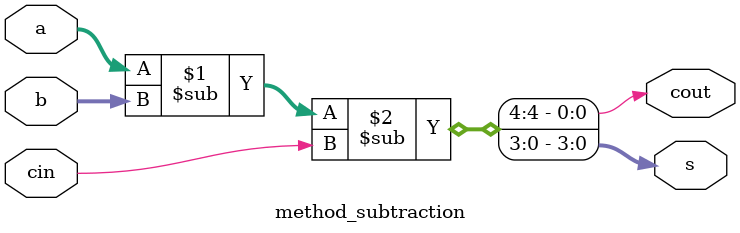
<source format=sv>
module method_subtraction#(parameter N=4)( a, b, cin, s, cout);

	input logic [N-1:0] a;
	input logic [N-1:0] b;
	input logic cin;
	output logic [N-1:0] s;
	output logic cout;
	logic p, g;
 
assign {cout, s} = (a-b)-cin;
endmodule
</source>
